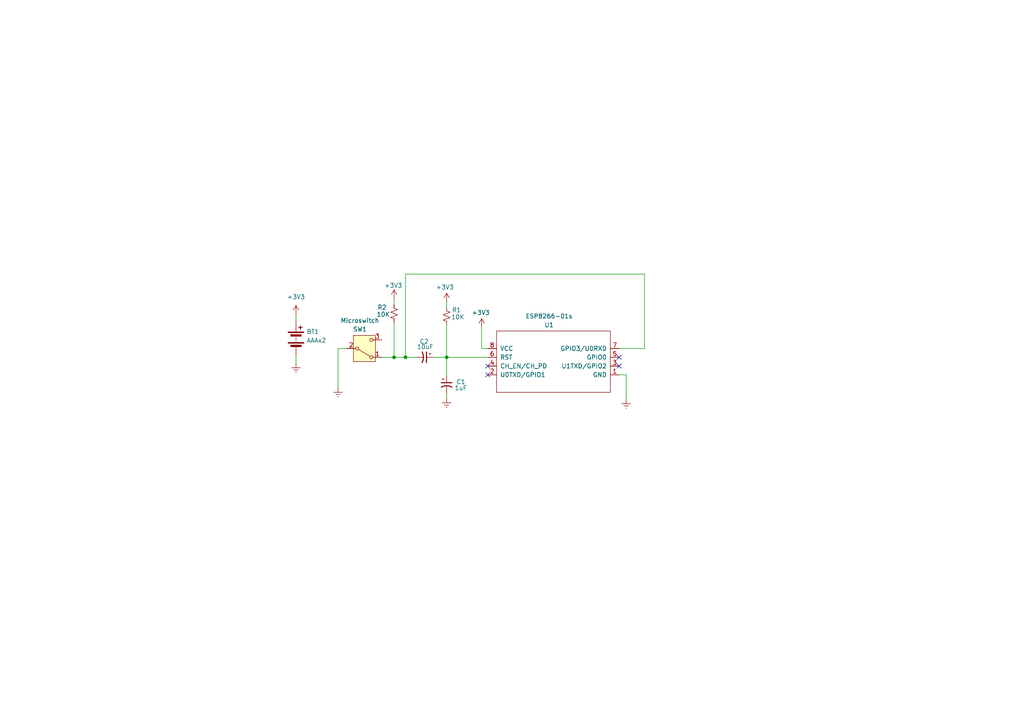
<source format=kicad_sch>
(kicad_sch (version 20231120) (generator "eeschema") (generator_version "8.0")
  (paper "A4")
  (title_block (title "Mousetrap Notifier using Generic Switch Monitor") (date "2025-07-19") (rev "0") (company "OmniTronics"))
  (lib_symbols
    (symbol "Device:Battery" (pin_numbers hide) (pin_names (offset 0) hide)
      (property "Reference" "BT" (at 2.54 2.54 0))
      (property "Value" "Battery" (at 2.54 0 0))
      (symbol "Battery_0_1"
        (rectangle (start -2.286 -1.27) (end 2.286 -1.524) (fill (type outline)))
        (rectangle (start -2.286 1.778) (end 2.286 1.524) (fill (type outline)))
        (rectangle (start -1.524 -2.032) (end 1.524 -2.54) (fill (type outline)))
        (rectangle (start -1.524 1.016) (end 1.524 0.508) (fill (type outline)))
        (polyline (pts (xy 0 -1.016) (xy 0 -0.762)))
        (polyline (pts (xy 0 -0.508) (xy 0 -0.254)))
        (polyline (pts (xy 0 0) (xy 0 0.254)))
        (polyline (pts (xy 0 1.778) (xy 0 2.54)))
        (polyline (pts (xy 0.762 3.048) (xy 1.778 3.048)) (stroke (width 0.254)))
        (polyline (pts (xy 1.27 3.556) (xy 1.27 2.54)) (stroke (width 0.254)))
      )
      (symbol "Battery_1_1"
        (pin passive line (at 0 5.08 270) (length 2.54) (name "+") (number "1"))
        (pin passive line (at 0 -5.08 90) (length 2.54) (name "-") (number "2"))
      )
    )
    (symbol "Device:C_Polarized_Small_US" (pin_numbers hide) (pin_names (offset 0.254) hide)
      (property "Reference" "C" (at 0.254 1.778 0))
      (property "Value" "C_Polarized_Small_US" (at 0.254 -2.032 0))
      (symbol "C_Polarized_Small_US_0_1"
        (polyline (pts (xy -1.524 0.508) (xy 1.524 0.508)) (stroke (width 0.3048)))
        (polyline (pts (xy -1.27 1.524) (xy -0.762 1.524)))
        (polyline (pts (xy -1.016 1.27) (xy -1.016 1.778)))
        (arc (start 1.524 -0.762) (mid 0 -0.3734) (end -1.524 -0.762) (stroke (width 0.3048)))
      )
      (symbol "C_Polarized_Small_US_1_1"
        (pin passive line (at 0 2.54 270) (length 2.032) (name "~") (number "1"))
        (pin passive line (at 0 -2.54 90) (length 2.032) (name "~") (number "2"))
      )
    )
    (symbol "Device:R_Small_US" (pin_numbers hide) (pin_names (offset 0.254) hide)
      (property "Reference" "R" (at 0.762 0.508 0))
      (property "Value" "R_Small_US" (at 0.762 -1.016 0))
      (symbol "R_Small_US_1_1"
        (polyline (pts (xy 0 0) (xy 1.016 -0.381) (xy 0 -0.762) (xy -1.016 -1.143) (xy 0 -1.524)))
        (polyline (pts (xy 0 1.524) (xy 1.016 1.143) (xy 0 0.762) (xy -1.016 0.381) (xy 0 0)))
        (pin passive line (at 0 2.54 270) (length 1.016) (name "~") (number "1"))
        (pin passive line (at 0 -2.54 90) (length 1.016) (name "~") (number "2"))
      )
    )
    (symbol "ESP8266:ESP8266-01s" (pin_names (offset 1.016))
      (property "Reference" "U" (at -1.778 10.414 0))
      (property "Value" "ESP8266-01s" (at 0 -6.985 0))
      (symbol "ESP8266-01s_1_0"
        (rectangle (start -16.51 8.89) (end 16.51 -8.89))
      )
      (symbol "ESP8266-01s_1_1"
        (pin power_in line (at -19.05 3.81 0) (length 2.54) (name "GND") (number "1"))
        (pin bidirectional line (at 19.05 3.81 180) (length 2.54) (name "U0TXD/GPIO1") (number "2"))
        (pin bidirectional line (at -19.05 1.27 0) (length 2.54) (name "U1TXD/GPIO2") (number "3"))
        (pin input line (at 19.05 1.27 180) (length 2.54) (name "CH_EN/CH_PD") (number "4"))
        (pin bidirectional line (at -19.05 -1.27 0) (length 2.54) (name "GPIO0") (number "5"))
        (pin input line (at 19.05 -1.27 180) (length 2.54) (name "RST") (number "6"))
        (pin bidirectional line (at -19.05 -3.81 0) (length 2.54) (name "GPIO3/U0RXD") (number "7"))
        (pin power_in line (at 19.05 -3.81 180) (length 2.54) (name "VCC") (number "8"))
      )
    )
    (symbol "Switch:SW_SPDT" (pin_names (offset 0) hide)
      (property "Reference" "SW" (at 0 5.08 0))
      (property "Value" "SW_SPDT" (at 0 -5.08 0))
      (symbol "SW_SPDT_0_1"
        (circle (center -2.032 0) (radius 0.4572))
        (polyline (pts (xy -1.651 0.254) (xy 1.651 2.286)))
        (circle (center 2.032 -2.54) (radius 0.4572))
        (circle (center 2.032 2.54) (radius 0.4572))
      )
      (symbol "SW_SPDT_1_1"
        (rectangle (start -3.175 3.81) (end 3.175 -3.81) (fill (type background)))
        (pin passive line (at 5.08 2.54 180) (length 2.54) (name "A") (number "1"))
        (pin passive line (at -5.08 0 0) (length 2.54) (name "B") (number "2"))
        (pin passive line (at 5.08 -2.54 180) (length 2.54) (name "C") (number "3"))
      )
    )
    (symbol "power:+3V3" (power) (pin_names (offset 0))
      (property "Value" "+3V3" (at 0 3.556 0))
      (symbol "+3V3_0_1"
        (polyline (pts (xy -0.762 1.27) (xy 0 2.54)))
        (polyline (pts (xy 0 0) (xy 0 2.54)))
        (polyline (pts (xy 0 2.54) (xy 0.762 1.27)))
      )
      (symbol "+3V3_1_1"
        (pin power_in line (at 0 0 90) (length 0) hide (name "+3V3") (number "1"))
      )
    )
    (symbol "power:Earth" (power) (pin_names (offset 0))
      (symbol "Earth_0_1"
        (polyline (pts (xy -0.635 -1.905) (xy 0.635 -1.905)))
        (polyline (pts (xy -0.127 -2.54) (xy 0.127 -2.54)))
        (polyline (pts (xy 0 -1.27) (xy 0 0)))
        (polyline (pts (xy 1.27 -1.27) (xy -1.27 -1.27)))
      )
      (symbol "Earth_1_1"
        (pin power_in line (at 0 0 270) (length 0) hide (name "Earth") (number "1"))
      )
    )
  )
  (junction (at 129.54 103.632))
  (junction (at 114.3 103.632))
  (junction (at 117.602 103.632))
  (no_connect (at 179.578 106.172))
  (no_connect (at 141.478 106.172))
  (no_connect (at 179.578 103.632))
  (no_connect (at 141.478 108.712))
  (wire (pts (xy 114.3 103.632) (xy 117.602 103.632)))
  (wire (pts (xy 129.54 114.046) (xy 129.54 115.57)))
  (wire (pts (xy 141.478 101.092) (xy 139.7 101.092)))
  (wire (pts (xy 179.578 101.092) (xy 186.944 101.092)))
  (wire (pts (xy 114.3 86.614) (xy 114.3 88.392)))
  (wire (pts (xy 85.852 91.186) (xy 85.852 92.964)))
  (wire (pts (xy 85.852 103.124) (xy 85.852 105.41)))
  (wire (pts (xy 125.73 103.632) (xy 129.54 103.632)))
  (wire (pts (xy 100.584 101.092) (xy 98.044 101.092)))
  (wire (pts (xy 186.944 101.092) (xy 186.944 79.502)))
  (wire (pts (xy 129.54 87.63) (xy 129.54 89.154)))
  (wire (pts (xy 129.54 94.234) (xy 129.54 103.632)))
  (wire (pts (xy 117.602 79.502) (xy 117.602 103.632)))
  (wire (pts (xy 110.744 103.632) (xy 114.3 103.632)))
  (wire (pts (xy 181.61 108.712) (xy 181.61 115.824)))
  (wire (pts (xy 114.3 93.472) (xy 114.3 103.632)))
  (wire (pts (xy 186.944 79.502) (xy 117.602 79.502)))
  (wire (pts (xy 117.602 103.632) (xy 120.65 103.632)))
  (wire (pts (xy 98.044 101.092) (xy 98.044 112.522)))
  (wire (pts (xy 129.54 103.632) (xy 129.54 108.966)))
  (wire (pts (xy 129.54 103.632) (xy 141.478 103.632)))
  (wire (pts (xy 179.578 108.712) (xy 181.61 108.712)))
  (wire (pts (xy 139.7 101.092) (xy 139.7 94.996)))
  (symbol (lib_id "ESP8266:ESP8266-01s") (at 160.528 104.902 180) (unit 1)
    (property "Reference" "U1" (at 159.258 94.234 0))
    (property "Value" "ESP8266-01s" (at 159.258 91.694 0))
    (property "Footprint" "espressif:ESP8266-01s" (effects (hide yes)))
    (property "Datasheet" "https://www.universal-solder.ca/downloads/esp8266_series_modules_user_manual_en.pdf" (effects (hide yes)))
    (property "Description" "ESP8266 ESP-01s module" (effects (hide yes)))
  )
  (symbol (lib_id "power:Earth") (at 85.852 105.41 0) (unit 1)
    (property "Reference" "#PWR5" (effects (hide yes)))
    (property "Value" "Earth" (effects (hide yes)))
    (property "Description" "Power symbol creates a global label with name \"Earth\"" (effects (hide yes)))
  )
  (symbol (lib_id "power:+3V3") (at 114.3 86.614 0) (unit 1)
    (property "Reference" "#PWR8" (effects (hide yes)))
    (property "Value" "+3V3" (at 114.046 82.804 0))
    (property "Description" "Power symbol creates a global label with name \"+3V3\"" (effects (hide yes)))
  )
  (symbol (lib_id "Device:Battery") (at 85.852 98.044 0) (unit 1)
    (property "Reference" "BT1" (at 88.9 96.2024 0) (effects (justify left)))
    (property "Value" "AAAx2" (at 88.9 98.7424 0) (effects (justify left)))
    (property "Description" "Multiple-cell battery" (effects (hide yes)))
  )
  (symbol (lib_id "Device:C_Polarized_Small_US") (at 129.54 111.506 0) (unit 1)
    (property "Reference" "C1" (at 132.334 110.744 0) (effects (justify left)))
    (property "Value" "1uF" (at 131.826 112.522 0) (effects (justify left)))
    (property "Description" "Polarized capacitor, small US symbol" (effects (hide yes)))
  )
  (symbol (lib_id "power:Earth") (at 181.61 115.824 0) (unit 1)
    (property "Reference" "#PWR7" (effects (hide yes)))
    (property "Value" "Earth" (effects (hide yes)))
    (property "Description" "Power symbol creates a global label with name \"Earth\"" (effects (hide yes)))
  )
  (symbol (lib_id "power:+3V3") (at 139.7 94.996 0) (unit 1)
    (property "Reference" "#PWR3" (effects (hide yes)))
    (property "Value" "+3V3" (at 139.446 90.678 0))
    (property "Description" "Power symbol creates a global label with name \"+3V3\"" (effects (hide yes)))
  )
  (symbol (lib_id "Device:C_Polarized_Small_US") (at 123.19 103.632 270) (unit 1)
    (property "Reference" "C2" (at 121.666 99.06 90) (effects (justify left)))
    (property "Value" "10uF" (at 120.904 100.584 90) (effects (justify left)))
    (property "Description" "Polarized capacitor, small US symbol" (effects (hide yes)))
  )
  (symbol (lib_id "Device:R_Small_US") (at 129.54 91.694 0) (unit 1)
    (property "Reference" "R1" (at 131.064 89.916 0) (effects (justify left)))
    (property "Value" "10K" (at 130.81 91.948 0) (effects (justify left)))
    (property "Description" "Resistor, small US symbol" (effects (hide yes)))
  )
  (symbol (lib_id "power:+3V3") (at 129.54 87.63 0) (unit 1)
    (property "Reference" "#PWR2" (effects (hide yes)))
    (property "Value" "+3V3" (at 129.032 83.312 0))
    (property "Description" "Power symbol creates a global label with name \"+3V3\"" (effects (hide yes)))
  )
  (symbol (lib_id "Switch:SW_SPDT") (at 105.664 101.092 0) (mirror x) (unit 1)
    (property "Reference" "SW1" (at 104.394 95.504 0))
    (property "Value" "Microswitch" (at 104.394 92.964 0))
    (property "Description" "Switch, single pole double throw" (effects (hide yes)))
  )
  (symbol (lib_id "power:Earth") (at 98.044 112.522 0) (unit 1)
    (property "Reference" "#PWR6" (effects (hide yes)))
    (property "Value" "Earth" (effects (hide yes)))
    (property "Description" "Power symbol creates a global label with name \"Earth\"" (effects (hide yes)))
  )
  (symbol (lib_id "Device:R_Small_US") (at 114.3 90.932 0) (unit 1)
    (property "Reference" "R2" (at 109.474 89.154 0) (effects (justify left)))
    (property "Value" "10K" (at 109.22 91.186 0) (effects (justify left)))
    (property "Description" "Resistor, small US symbol" (effects (hide yes)))
  )
  (symbol (lib_id "power:Earth") (at 129.54 115.57 0) (unit 1)
    (property "Reference" "#PWR1" (effects (hide yes)))
    (property "Value" "Earth" (effects (hide yes)))
    (property "Description" "Power symbol creates a global label with name \"Earth\"" (effects (hide yes)))
  )
  (symbol (lib_id "power:+3V3") (at 85.852 91.186 0) (unit 1)
    (property "Reference" "#PWR4" (effects (hide yes)))
    (property "Value" "+3V3" (at 85.852 86.106 0))
    (property "Description" "Power symbol creates a global label with name \"+3V3\"" (effects (hide yes)))
  )
)
</source>
